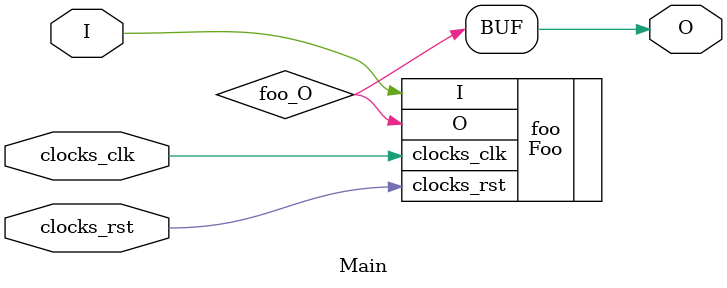
<source format=v>
module Main (
    input I,
    output O,
    input clocks_clk,
    input clocks_rst
);
wire foo_O;
Foo foo (
    .I(I),
    .O(foo_O),
    .clocks_clk(clocks_clk),
    .clocks_rst(clocks_rst)
);
assign O = foo_O;
endmodule


</source>
